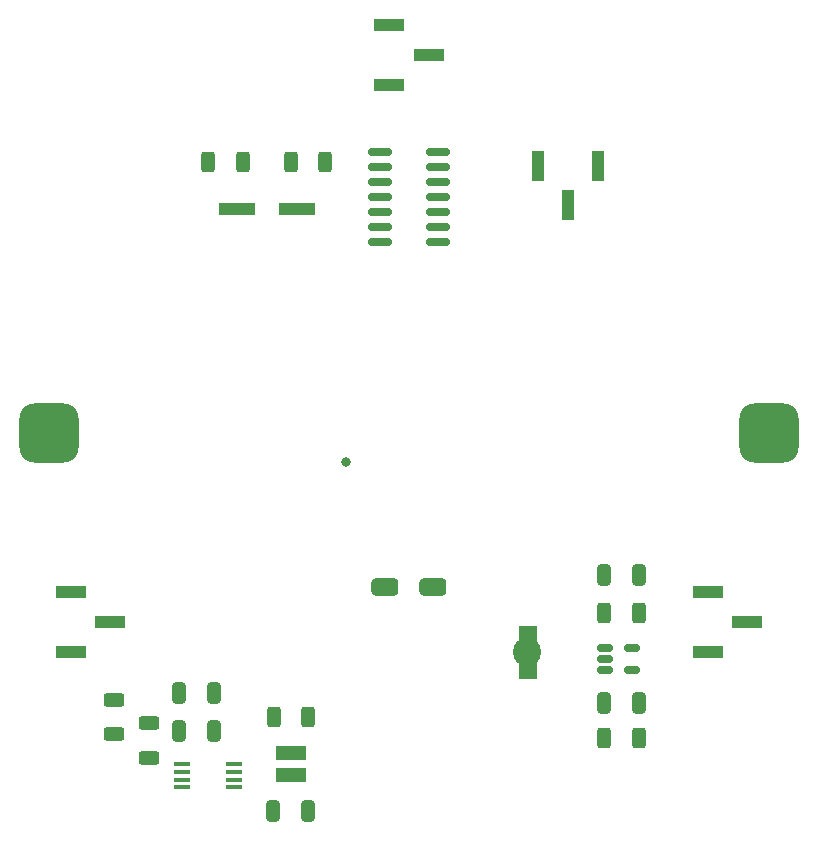
<source format=gbr>
%TF.GenerationSoftware,KiCad,Pcbnew,7.0.11*%
%TF.CreationDate,2024-08-27T07:46:35-07:00*%
%TF.ProjectId,nightLight,6e696768-744c-4696-9768-742e6b696361,rev?*%
%TF.SameCoordinates,Original*%
%TF.FileFunction,Soldermask,Top*%
%TF.FilePolarity,Negative*%
%FSLAX46Y46*%
G04 Gerber Fmt 4.6, Leading zero omitted, Abs format (unit mm)*
G04 Created by KiCad (PCBNEW 7.0.11) date 2024-08-27 07:46:35*
%MOMM*%
%LPD*%
G01*
G04 APERTURE LIST*
G04 Aperture macros list*
%AMRoundRect*
0 Rectangle with rounded corners*
0 $1 Rounding radius*
0 $2 $3 $4 $5 $6 $7 $8 $9 X,Y pos of 4 corners*
0 Add a 4 corners polygon primitive as box body*
4,1,4,$2,$3,$4,$5,$6,$7,$8,$9,$2,$3,0*
0 Add four circle primitives for the rounded corners*
1,1,$1+$1,$2,$3*
1,1,$1+$1,$4,$5*
1,1,$1+$1,$6,$7*
1,1,$1+$1,$8,$9*
0 Add four rect primitives between the rounded corners*
20,1,$1+$1,$2,$3,$4,$5,0*
20,1,$1+$1,$4,$5,$6,$7,0*
20,1,$1+$1,$6,$7,$8,$9,0*
20,1,$1+$1,$8,$9,$2,$3,0*%
G04 Aperture macros list end*
%ADD10C,0.010000*%
%ADD11RoundRect,0.250000X-0.312500X-0.625000X0.312500X-0.625000X0.312500X0.625000X-0.312500X0.625000X0*%
%ADD12RoundRect,0.250000X0.625000X-0.312500X0.625000X0.312500X-0.625000X0.312500X-0.625000X-0.312500X0*%
%ADD13RoundRect,0.250000X0.325000X0.650000X-0.325000X0.650000X-0.325000X-0.650000X0.325000X-0.650000X0*%
%ADD14R,2.500000X1.150000*%
%ADD15RoundRect,0.381000X-0.762000X-0.381000X0.762000X-0.381000X0.762000X0.381000X-0.762000X0.381000X0*%
%ADD16RoundRect,0.250000X0.312500X0.625000X-0.312500X0.625000X-0.312500X-0.625000X0.312500X-0.625000X0*%
%ADD17C,2.400000*%
%ADD18RoundRect,0.250000X-0.325000X-0.650000X0.325000X-0.650000X0.325000X0.650000X-0.325000X0.650000X0*%
%ADD19R,1.425000X0.450000*%
%ADD20RoundRect,0.150000X-0.825000X-0.150000X0.825000X-0.150000X0.825000X0.150000X-0.825000X0.150000X0*%
%ADD21R,1.000000X2.510000*%
%ADD22R,2.510000X1.000000*%
%ADD23RoundRect,0.150000X-0.512500X-0.150000X0.512500X-0.150000X0.512500X0.150000X-0.512500X0.150000X0*%
%ADD24RoundRect,1.250000X-1.250000X-1.250000X1.250000X-1.250000X1.250000X1.250000X-1.250000X1.250000X0*%
%ADD25R,3.150000X1.000000*%
%ADD26C,0.800000*%
G04 APERTURE END LIST*
%TO.C,D1*%
D10*
X160725000Y-117580000D02*
X159275000Y-117580000D01*
X159275000Y-116300000D01*
X160725000Y-116300000D01*
X160725000Y-117580000D01*
G36*
X160725000Y-117580000D02*
G01*
X159275000Y-117580000D01*
X159275000Y-116300000D01*
X160725000Y-116300000D01*
X160725000Y-117580000D01*
G37*
X160725000Y-120700000D02*
X159275000Y-120700000D01*
X159275000Y-119420000D01*
X160725000Y-119420000D01*
X160725000Y-120700000D01*
G36*
X160725000Y-120700000D02*
G01*
X159275000Y-120700000D01*
X159275000Y-119420000D01*
X160725000Y-119420000D01*
X160725000Y-120700000D01*
G37*
%TD*%
D11*
%TO.C,R2*%
X133000000Y-77000000D03*
X135925000Y-77000000D03*
%TD*%
D12*
%TO.C,R4*%
X125000000Y-125462500D03*
X125000000Y-122537500D03*
%TD*%
D13*
%TO.C,C1*%
X141475000Y-132000000D03*
X138525000Y-132000000D03*
%TD*%
D14*
%TO.C,L1*%
X140000000Y-127075000D03*
X140000000Y-128925000D03*
%TD*%
D15*
%TO.C,U1*%
X148000000Y-113000000D03*
X152000000Y-113000000D03*
%TD*%
D16*
%TO.C,R1*%
X142925000Y-77000000D03*
X140000000Y-77000000D03*
%TD*%
D17*
%TO.C,D1*%
X160000000Y-118500000D03*
%TD*%
D18*
%TO.C,C4*%
X166525000Y-122800000D03*
X169475000Y-122800000D03*
%TD*%
D19*
%TO.C,IC1*%
X135212000Y-129975000D03*
X135212000Y-129325000D03*
X135212000Y-128675000D03*
X135212000Y-128025000D03*
X130788000Y-128025000D03*
X130788000Y-128675000D03*
X130788000Y-129325000D03*
X130788000Y-129975000D03*
%TD*%
D20*
%TO.C,U2*%
X147525000Y-76190000D03*
X147525000Y-77460000D03*
X147525000Y-78730000D03*
X147525000Y-80000000D03*
X147525000Y-81270000D03*
X147525000Y-82540000D03*
X147525000Y-83810000D03*
X152475000Y-83810000D03*
X152475000Y-82540000D03*
X152475000Y-81270000D03*
X152475000Y-80000000D03*
X152475000Y-78730000D03*
X152475000Y-77460000D03*
X152475000Y-76190000D03*
%TD*%
D16*
%TO.C,R6*%
X169442500Y-115181250D03*
X166517500Y-115181250D03*
%TD*%
D21*
%TO.C,J4*%
X166000000Y-77345000D03*
X163460000Y-80655000D03*
X160920000Y-77345000D03*
%TD*%
D12*
%TO.C,R5*%
X128000000Y-127462500D03*
X128000000Y-124537500D03*
%TD*%
D22*
%TO.C,J2*%
X175345000Y-113460000D03*
X178655000Y-116000000D03*
X175345000Y-118540000D03*
%TD*%
D16*
%TO.C,R7*%
X169500000Y-125800000D03*
X166537500Y-125800000D03*
%TD*%
D22*
%TO.C,J3*%
X121345000Y-113460000D03*
X124655000Y-116000000D03*
X121345000Y-118540000D03*
%TD*%
D23*
%TO.C,U3*%
X166612500Y-118137500D03*
X166612500Y-119087500D03*
X166612500Y-120037500D03*
X168887500Y-120037500D03*
X168887500Y-118137500D03*
%TD*%
D18*
%TO.C,C3*%
X130525000Y-122000000D03*
X133475000Y-122000000D03*
%TD*%
D13*
%TO.C,C5*%
X169475000Y-112000000D03*
X166525000Y-112000000D03*
%TD*%
D24*
%TO.C,BT1*%
X180480000Y-100000000D03*
X119520000Y-100000000D03*
%TD*%
D25*
%TO.C,SW2*%
X140525000Y-81000000D03*
X135475000Y-81000000D03*
%TD*%
D18*
%TO.C,C2*%
X130525000Y-125175000D03*
X133475000Y-125175000D03*
%TD*%
D22*
%TO.C,J1*%
X148345000Y-65460000D03*
X151655000Y-68000000D03*
X148345000Y-70540000D03*
%TD*%
D16*
%TO.C,R3*%
X141462500Y-124000000D03*
X138537500Y-124000000D03*
%TD*%
D26*
%TO.C,B1*%
X144642685Y-102400527D03*
%TD*%
M02*

</source>
